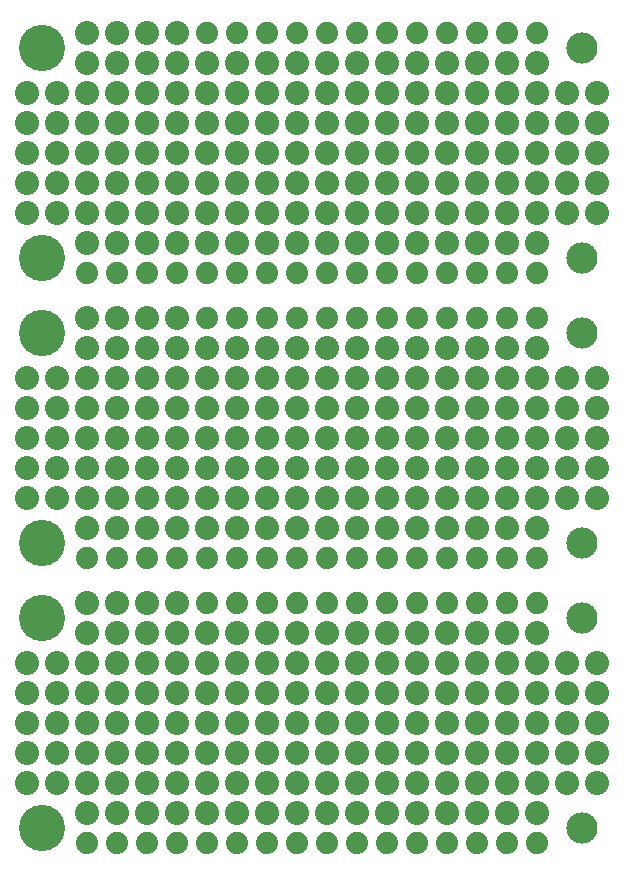
<source format=gbr>
G04 EAGLE Gerber RS-274X export*
G75*
%MOMM*%
%FSLAX34Y34*%
%LPD*%
%INSoldermask Top*%
%IPPOS*%
%AMOC8*
5,1,8,0,0,1.08239X$1,22.5*%
G01*
%ADD10C,2.641600*%
%ADD11C,3.911600*%
%ADD12C,1.879600*%
%ADD13C,2.032000*%


D10*
X482600Y203200D03*
X482600Y25400D03*
D11*
X25400Y203200D03*
X25400Y25400D03*
D12*
X165100Y215900D03*
X190500Y215900D03*
X215900Y215900D03*
X241300Y215900D03*
X266700Y215900D03*
X292100Y215900D03*
X317500Y215900D03*
X342900Y215900D03*
X368300Y215900D03*
X393700Y215900D03*
X419100Y215900D03*
X444500Y215900D03*
X165100Y12700D03*
X190500Y12700D03*
X215900Y12700D03*
X241300Y12700D03*
X266700Y12700D03*
X292100Y12700D03*
X317500Y12700D03*
X342900Y12700D03*
X368300Y12700D03*
X393700Y12700D03*
X419100Y12700D03*
X444500Y12700D03*
X139700Y12700D03*
X114300Y12700D03*
X88900Y12700D03*
X63500Y12700D03*
D13*
X444500Y38100D03*
X419100Y38100D03*
X393700Y38100D03*
X368300Y38100D03*
X342900Y38100D03*
X317500Y38100D03*
X292100Y38100D03*
X266700Y38100D03*
X241300Y38100D03*
X215900Y38100D03*
X190500Y38100D03*
X165100Y38100D03*
X139700Y38100D03*
X114300Y38100D03*
X88900Y38100D03*
X63500Y38100D03*
X165100Y190500D03*
X190500Y190500D03*
X215900Y190500D03*
X241300Y190500D03*
X266700Y190500D03*
X292100Y190500D03*
X317500Y190500D03*
X342900Y190500D03*
X368300Y190500D03*
X393700Y190500D03*
X419100Y190500D03*
X444500Y190500D03*
D10*
X482600Y444500D03*
X482600Y266700D03*
D11*
X25400Y444500D03*
X25400Y266700D03*
D12*
X165100Y457200D03*
X190500Y457200D03*
X215900Y457200D03*
X241300Y457200D03*
X266700Y457200D03*
X292100Y457200D03*
X317500Y457200D03*
X342900Y457200D03*
X368300Y457200D03*
X393700Y457200D03*
X419100Y457200D03*
X444500Y457200D03*
X165100Y254000D03*
X190500Y254000D03*
X215900Y254000D03*
X241300Y254000D03*
X266700Y254000D03*
X292100Y254000D03*
X317500Y254000D03*
X342900Y254000D03*
X368300Y254000D03*
X393700Y254000D03*
X419100Y254000D03*
X444500Y254000D03*
X139700Y254000D03*
X114300Y254000D03*
X88900Y254000D03*
X63500Y254000D03*
D13*
X444500Y279400D03*
X419100Y279400D03*
X393700Y279400D03*
X368300Y279400D03*
X342900Y279400D03*
X317500Y279400D03*
X292100Y279400D03*
X266700Y279400D03*
X241300Y279400D03*
X215900Y279400D03*
X190500Y279400D03*
X165100Y279400D03*
X139700Y279400D03*
X114300Y279400D03*
X88900Y279400D03*
X63500Y279400D03*
X165100Y431800D03*
X190500Y431800D03*
X215900Y431800D03*
X241300Y431800D03*
X266700Y431800D03*
X292100Y431800D03*
X317500Y431800D03*
X342900Y431800D03*
X368300Y431800D03*
X393700Y431800D03*
X419100Y431800D03*
X444500Y431800D03*
X165100Y673100D03*
X190500Y673100D03*
X215900Y673100D03*
X241300Y673100D03*
X266700Y673100D03*
X292100Y673100D03*
X317500Y673100D03*
X342900Y673100D03*
X368300Y673100D03*
X393700Y673100D03*
X419100Y673100D03*
X444500Y673100D03*
X444500Y520700D03*
X419100Y520700D03*
X393700Y520700D03*
X368300Y520700D03*
X342900Y520700D03*
X317500Y520700D03*
X292100Y520700D03*
X266700Y520700D03*
X241300Y520700D03*
X215900Y520700D03*
X190500Y520700D03*
X165100Y520700D03*
X139700Y520700D03*
X114300Y520700D03*
X88900Y520700D03*
X63500Y520700D03*
D10*
X482600Y685800D03*
X482600Y508000D03*
D11*
X25400Y685800D03*
X25400Y508000D03*
D12*
X165100Y698500D03*
X190500Y698500D03*
X215900Y698500D03*
X241300Y698500D03*
X266700Y698500D03*
X292100Y698500D03*
X317500Y698500D03*
X342900Y698500D03*
X368300Y698500D03*
X393700Y698500D03*
X419100Y698500D03*
X444500Y698500D03*
X165100Y495300D03*
X190500Y495300D03*
X215900Y495300D03*
X241300Y495300D03*
X266700Y495300D03*
X292100Y495300D03*
X317500Y495300D03*
X342900Y495300D03*
X368300Y495300D03*
X393700Y495300D03*
X419100Y495300D03*
X444500Y495300D03*
X139700Y495300D03*
X114300Y495300D03*
X88900Y495300D03*
X63500Y495300D03*
D13*
X139700Y63500D03*
X139700Y88900D03*
X139700Y114300D03*
X139700Y139700D03*
X139700Y165100D03*
X139700Y190500D03*
X139700Y215900D03*
X139700Y457200D03*
X139700Y431800D03*
X139700Y406400D03*
X139700Y381000D03*
X139700Y355600D03*
X139700Y330200D03*
X139700Y304800D03*
X139700Y698500D03*
X139700Y673100D03*
X139700Y647700D03*
X139700Y622300D03*
X139700Y596900D03*
X139700Y571500D03*
X139700Y546100D03*
X88900Y63500D03*
X88900Y88900D03*
X88900Y114300D03*
X88900Y139700D03*
X88900Y165100D03*
X88900Y190500D03*
X88900Y215900D03*
X88900Y304800D03*
X88900Y330200D03*
X88900Y355600D03*
X88900Y381000D03*
X88900Y406400D03*
X88900Y431800D03*
X88900Y457200D03*
X88900Y546100D03*
X88900Y571500D03*
X88900Y596900D03*
X88900Y622300D03*
X88900Y647700D03*
X88900Y673100D03*
X88900Y698500D03*
X63500Y63500D03*
X114300Y63500D03*
X114300Y88900D03*
X63500Y88900D03*
X63500Y114300D03*
X38100Y63500D03*
X12700Y63500D03*
X12700Y88900D03*
X38100Y88900D03*
X38100Y114300D03*
X12700Y114300D03*
X12700Y139700D03*
X38100Y139700D03*
X63500Y139700D03*
X114300Y139700D03*
X114300Y114300D03*
X12700Y165100D03*
X38100Y165100D03*
X63500Y165100D03*
X114300Y165100D03*
X114300Y215900D03*
X114300Y190500D03*
X63500Y215900D03*
X63500Y190500D03*
X165100Y63500D03*
X165100Y88900D03*
X165100Y114300D03*
X165100Y139700D03*
X165100Y165100D03*
X190500Y165100D03*
X190500Y139700D03*
X190500Y114300D03*
X190500Y88900D03*
X190500Y63500D03*
X215900Y63500D03*
X215900Y88900D03*
X215900Y114300D03*
X215900Y139700D03*
X215900Y165100D03*
X241300Y165100D03*
X241300Y139700D03*
X241300Y114300D03*
X241300Y88900D03*
X241300Y63500D03*
X266700Y63500D03*
X266700Y88900D03*
X266700Y114300D03*
X266700Y139700D03*
X266700Y165100D03*
X292100Y165100D03*
X292100Y139700D03*
X292100Y114300D03*
X292100Y88900D03*
X292100Y63500D03*
X317500Y63500D03*
X342900Y63500D03*
X368300Y63500D03*
X393700Y63500D03*
X419100Y63500D03*
X419100Y88900D03*
X419100Y114300D03*
X419100Y139700D03*
X419100Y165100D03*
X393700Y165100D03*
X393700Y139700D03*
X393700Y114300D03*
X393700Y88900D03*
X368300Y88900D03*
X368300Y114300D03*
X368300Y139700D03*
X368300Y165100D03*
X342900Y165100D03*
X342900Y139700D03*
X342900Y114300D03*
X342900Y88900D03*
X317500Y88900D03*
X317500Y114300D03*
X317500Y139700D03*
X317500Y165100D03*
X444500Y165100D03*
X444500Y139700D03*
X444500Y114300D03*
X444500Y88900D03*
X444500Y63500D03*
X469900Y63500D03*
X495300Y63500D03*
X495300Y88900D03*
X469900Y88900D03*
X469900Y114300D03*
X495300Y114300D03*
X495300Y139700D03*
X469900Y139700D03*
X469900Y165100D03*
X495300Y165100D03*
X444500Y304800D03*
X444500Y330200D03*
X444500Y355600D03*
X444500Y381000D03*
X444500Y406400D03*
X419100Y406400D03*
X419100Y381000D03*
X419100Y355600D03*
X419100Y330200D03*
X419100Y304800D03*
X469900Y304800D03*
X469900Y330200D03*
X469900Y355600D03*
X469900Y381000D03*
X469900Y406400D03*
X495300Y406400D03*
X495300Y381000D03*
X495300Y355600D03*
X495300Y330200D03*
X495300Y304800D03*
X393700Y304800D03*
X393700Y330200D03*
X393700Y355600D03*
X393700Y381000D03*
X393700Y406400D03*
X368300Y406400D03*
X368300Y381000D03*
X368300Y355600D03*
X368300Y330200D03*
X368300Y304800D03*
X342900Y304800D03*
X342900Y330200D03*
X342900Y355600D03*
X342900Y381000D03*
X342900Y406400D03*
X317500Y406400D03*
X317500Y381000D03*
X317500Y355600D03*
X317500Y330200D03*
X317500Y304800D03*
X292100Y304800D03*
X292100Y330200D03*
X292100Y355600D03*
X292100Y381000D03*
X292100Y406400D03*
X266700Y406400D03*
X266700Y381000D03*
X266700Y355600D03*
X266700Y330200D03*
X266700Y304800D03*
X241300Y304800D03*
X241300Y330200D03*
X241300Y355600D03*
X241300Y381000D03*
X241300Y406400D03*
X215900Y406400D03*
X215900Y381000D03*
X215900Y355600D03*
X215900Y330200D03*
X215900Y304800D03*
X190500Y304800D03*
X190500Y330200D03*
X190500Y355600D03*
X190500Y381000D03*
X190500Y406400D03*
X165100Y406400D03*
X165100Y381000D03*
X165100Y355600D03*
X165100Y330200D03*
X165100Y304800D03*
X114300Y304800D03*
X114300Y330200D03*
X114300Y355600D03*
X114300Y381000D03*
X114300Y406400D03*
X114300Y431800D03*
X114300Y457200D03*
X63500Y304800D03*
X63500Y330200D03*
X63500Y355600D03*
X63500Y381000D03*
X63500Y406400D03*
X63500Y431800D03*
X63500Y457200D03*
X38100Y406400D03*
X12700Y406400D03*
X12700Y381000D03*
X38100Y381000D03*
X38100Y355600D03*
X12700Y355600D03*
X12700Y330200D03*
X38100Y330200D03*
X38100Y304800D03*
X12700Y304800D03*
X444500Y546100D03*
X444500Y571500D03*
X444500Y596900D03*
X444500Y622300D03*
X444500Y647700D03*
X419100Y647700D03*
X419100Y622300D03*
X419100Y596900D03*
X419100Y571500D03*
X419100Y546100D03*
X469900Y546100D03*
X469900Y571500D03*
X469900Y596900D03*
X469900Y622300D03*
X469900Y647700D03*
X495300Y647700D03*
X495300Y622300D03*
X495300Y596900D03*
X495300Y571500D03*
X495300Y546100D03*
X393700Y546100D03*
X393700Y571500D03*
X393700Y596900D03*
X393700Y622300D03*
X393700Y647700D03*
X368300Y647700D03*
X368300Y622300D03*
X368300Y596900D03*
X368300Y571500D03*
X368300Y546100D03*
X342900Y546100D03*
X342900Y571500D03*
X342900Y596900D03*
X342900Y622300D03*
X342900Y647700D03*
X317500Y647700D03*
X317500Y622300D03*
X317500Y596900D03*
X317500Y571500D03*
X317500Y546100D03*
X292100Y546100D03*
X292100Y571500D03*
X292100Y596900D03*
X292100Y622300D03*
X292100Y647700D03*
X266700Y647700D03*
X266700Y622300D03*
X266700Y596900D03*
X266700Y571500D03*
X266700Y546100D03*
X241300Y546100D03*
X241300Y571500D03*
X241300Y596900D03*
X241300Y622300D03*
X241300Y647700D03*
X215900Y647700D03*
X215900Y622300D03*
X215900Y596900D03*
X215900Y571500D03*
X215900Y546100D03*
X190500Y546100D03*
X190500Y571500D03*
X190500Y596900D03*
X190500Y622300D03*
X190500Y647700D03*
X165100Y647700D03*
X165100Y622300D03*
X165100Y596900D03*
X165100Y571500D03*
X165100Y546100D03*
X114300Y546100D03*
X114300Y571500D03*
X114300Y596900D03*
X114300Y622300D03*
X114300Y647700D03*
X114300Y673100D03*
X114300Y698500D03*
X63500Y546100D03*
X63500Y571500D03*
X63500Y596900D03*
X63500Y622300D03*
X63500Y647700D03*
X63500Y673100D03*
X63500Y698500D03*
X38100Y647700D03*
X12700Y647700D03*
X12700Y622300D03*
X38100Y622300D03*
X38100Y596900D03*
X12700Y596900D03*
X12700Y571500D03*
X38100Y571500D03*
X38100Y546100D03*
X12700Y546100D03*
M02*

</source>
